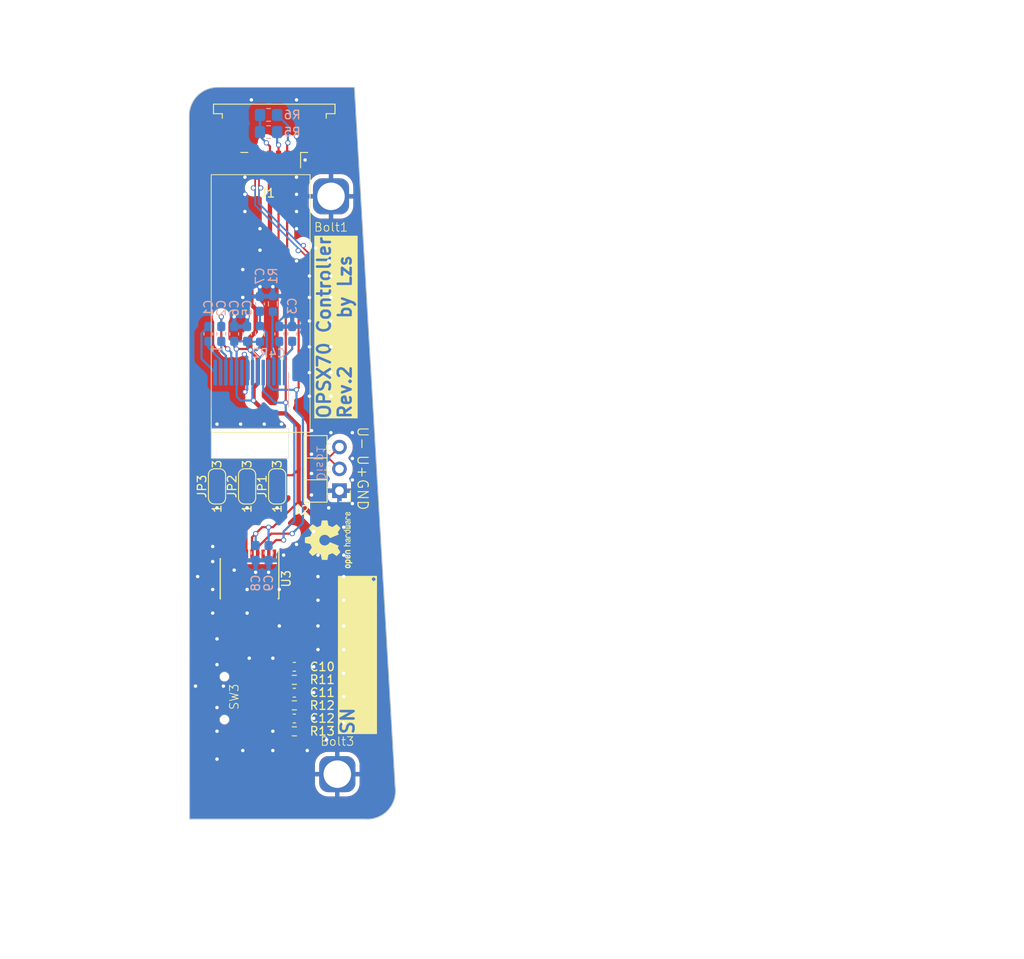
<source format=kicad_pcb>
(kicad_pcb (version 20240108) (generator "pcbnew") (generator_version "8.0")
  (title_block (date "2024-03-12") (rev "2.0") (company "ZeshuLiu"))
  (layers (0 "F.Cu" signal) (31 "B.Cu" signal) (34 "B.Paste" user) (35 "F.Paste" user) (36 "B.SilkS" user "B.Silkscreen") (37 "F.SilkS" user "F.Silkscreen") (38 "B.Mask" user) (39 "F.Mask" user) (44 "Edge.Cuts" user))
  (net 0 "")
  (net 1 "/SCL")
  (net 2 "+3.3V")
  (net 3 "/SDA")
  (net 4 "GND")
  (net 5 "/UD-")
  (net 6 "/UD+")
  (net 7 "/SW_A")
  (net 8 "/SW_PUSH")
  (net 9 "/SW_B")
  (net 19 "Net-(JP1-C)")
  (net 20 "Net-(JP2-C)")
  (net 21 "Net-(JP3-C)")
  (net 22 "Net-(Disp1-C2N)")
  (net 23 "Net-(Disp1-C2P)")
  (net 24 "Net-(Disp1-C1P)")
  (net 25 "Net-(Disp1-C1N)")
  (net 26 "Net-(Disp1-VCC)")
  (net 27 "Net-(Disp1-VCOM)")
  (net 28 "Net-(Disp1-RES#)")
  (net 29 "Net-(Disp1-IREF)")
  (footprint "Jumper:SolderJumper-3_P1.3mm_Bridged12_RoundedPad1.0x1.5mm_NumberLabels" (layer "F.Cu") (at 86.5 96.25 90)
    (property "Reference" "JP2")
    (property "Value" "SolderJumper_3_Bridged12")
  )
  (footprint "Capacitor_SMD:C_0603_1608Metric_Pad1.08x0.95mm_HandSolder" (layer "F.Cu") (at 92 120.27)
    (property "Reference" "C11")
    (property "Value" "1uF")
  )
  (footprint "Connector_FFC-FPC:TE_84953-6_1x06-1MP_P1.0mm_Horizontal" (layer "F.Cu") (at 89.662 56.46 180)
    (property "Reference" "J1")
    (property "Value" "Conn_01x06_Socket")
  )
  (footprint "Symbol:OSHW-Logo2_7.3x6mm_SilkScreen" (layer "F.Cu") (at 95.993272 102.506728 90)
    (property "Reference" "REF**" (hide yes))
    (property "Value" "OSHW-Logo2_7.3x6mm_SilkScreen" (hide yes))
  )
  (footprint "Package_SO:SSOP-20_4.4x6.5mm_P0.65mm" (layer "F.Cu") (at 86.75 107 -90)
    (property "Reference" "U3")
    (property "Value" "PCF8574ATS")
  )
  (footprint "Jumper:SolderJumper-3_P1.3mm_Bridged12_RoundedPad1.0x1.5mm_NumberLabels" (layer "F.Cu") (at 90 96.25 90)
    (property "Reference" "JP1")
    (property "Value" "SolderJumper_3_Bridged12")
  )
  (footprint "Capacitor_SMD:C_0603_1608Metric_Pad1.08x0.95mm_HandSolder" (layer "F.Cu") (at 92 123.27)
    (property "Reference" "C12")
    (property "Value" "1uF")
  )
  (footprint "0JIMMY:M3_Bolt" (layer "F.Cu") (at 97 129.75)
    (property "Reference" "Bolt3")
    (property "Value" "~")
  )
  (footprint "Symbol:OSHW-Logo2_7.3x6mm_Copper" (layer "F.Cu") (at 87.5 131.5)
    (property "Reference" "REF**" (hide yes))
    (property "Value" "OSHW-Logo2_7.3x6mm_Copper" (hide yes))
  )
  (footprint "Resistor_SMD:R_0603_1608Metric_Pad0.98x0.95mm_HandSolder" (layer "F.Cu") (at 92 121.738)
    (property "Reference" "R12")
    (property "Value" "100k")
  )
  (footprint "SW_CODED:Direction3 Pin5" (layer "F.Cu") (at 87.5155 120.904 90)
    (property "Reference" "SW3")
    (property "Value" "~")
    (fp_circle (center 2.5 -3.65) (end 3.05 -3.65) (stroke (width 0.05)) (fill none) (layer "Edge.Cuts"))
    (fp_circle (center -2.5 -3.65) (end -1.95 -3.65) (stroke (width 0.05)) (fill none) (layer "Edge.Cuts"))
  )
  (footprint "Jumper:SolderJumper-3_P1.3mm_Bridged12_RoundedPad1.0x1.5mm_NumberLabels" (layer "F.Cu") (at 83 96.25 90)
    (property "Reference" "JP3")
    (property "Value" "SolderJumper_3_Bridged12")
  )
  (footprint "Capacitor_SMD:C_0603_1608Metric_Pad1.08x0.95mm_HandSolder" (layer "F.Cu") (at 92 117.25)
    (property "Reference" "C10")
    (property "Value" "1uF")
  )
  (footprint "Connector_PinHeader_2.54mm:PinHeader_1x03_P2.54mm_Horizontal" (layer "F.Cu") (at 97.25 96.75 180)
    (property "Reference" "J2")
    (property "Value" "Conn_01x03_Socket")
  )
  (footprint "Resistor_SMD:R_0603_1608Metric_Pad0.98x0.95mm_HandSolder" (layer "F.Cu") (at 92 124.77)
    (property "Reference" "R13")
    (property "Value" "100k")
  )
  (footprint "Resistor_SMD:R_0603_1608Metric_Pad0.98x0.95mm_HandSolder" (layer "F.Cu") (at 92 118.77)
    (property "Reference" "R11")
    (property "Value" "100k")
  )
  (footprint "0JIMMY:M3_Bolt" (layer "F.Cu") (at 96.266 62.484)
    (property "Reference" "Bolt1")
    (property "Value" "~")
  )
  (footprint "Resistor_SMD:R_0805_2012Metric_Pad1.20x1.40mm_HandSolder" (layer "B.Cu") (at 89 53 180)
    (property "Reference" "R6")
    (property "Value" "10k")
  )
  (footprint "Capacitor_SMD:C_0603_1608Metric_Pad1.08x0.95mm_HandSolder" (layer "B.Cu") (at 91.75 78.5 90)
    (property "Reference" "C3")
    (property "Value" "2.2uF")
  )
  (footprint "Capacitor_SMD:C_0603_1608Metric_Pad1.08x0.95mm_HandSolder" (layer "B.Cu") (at 82 78.5 -90)
    (property "Reference" "C1")
    (property "Value" "1uF")
  )
  (footprint "Resistor_SMD:R_0603_1608Metric_Pad0.98x0.95mm_HandSolder" (layer "B.Cu") (at 89.5 75 90)
    (property "Reference" "R1")
    (property "Value" "390k")
  )
  (footprint "Resistor_SMD:R_0805_2012Metric_Pad1.20x1.40mm_HandSolder" (layer "B.Cu") (at 89 55 180)
    (property "Reference" "R5")
    (property "Value" "10k")
  )
  (footprint "Capacitor_SMD:C_0603_1608Metric_Pad1.08x0.95mm_HandSolder" (layer "B.Cu") (at 85 78.5 90)
    (property "Reference" "C6")
    (property "Value" "1uF")
  )
  (footprint "Capacitor_SMD:C_0603_1608Metric_Pad1.08x0.95mm_HandSolder" (layer "B.Cu") (at 87.5 104 -90)
    (property "Reference" "C8")
    (property "Value" "2.2uF")
  )
  (footprint "Capacitor_SMD:C_0603_1608Metric_Pad1.08x0.95mm_HandSolder" (layer "B.Cu") (at 90.25 78.5 -90)
    (property "Reference" "C4")
    (property "Value" "4.7uF")
  )
  (footprint "Capacitor_SMD:C_0603_1608Metric_Pad1.08x0.95mm_HandSolder" (layer "B.Cu") (at 89 104 -90)
    (property "Reference" "C9")
    (property "Value" "1uF")
  )
  (footprint "Capacitor_SMD:C_0603_1608Metric_Pad1.08x0.95mm_HandSolder" (layer "B.Cu") (at 88 75 90)
    (property "Reference" "C7")
    (property "Value" "1uF(4.7uF)")
  )
  (footprint "Resistor_SMD:R_0603_1608Metric_Pad0.98x0.95mm_HandSolder" (layer "B.Cu") (at 88 78.5 90)
    (property "Reference" "R2")
    (property "Value" "4.7k")
  )
  (footprint "KiCadLib:SSD1306_0.91_i2c" (layer "B.Cu") (at 86.83 92.5 90)
    (property "Reference" "Disp1")
    (property "Value" "~")
    (fp_rect (start 3 -4.5) (end -0.5 4.5) (stroke (width 0.05)) (fill none) (layer "Edge.Cuts"))
  )
  (footprint "Capacitor_SMD:C_0603_1608Metric_Pad1.08x0.95mm_HandSolder" (layer "B.Cu") (at 86.5 78.5 90)
    (property "Reference" "C5")
    (property "Value" "1uF")
  )
  (footprint "Capacitor_SMD:C_0603_1608Metric_Pad1.08x0.95mm_HandSolder" (layer "B.Cu") (at 83.5 78.5 90)
    (property "Reference" "C2")
    (property "Value" "1uF")
  )
  (gr_arc (start 103.75 131.25) (mid 102.895544 133.960841) (end 100.25 135) (stroke (width 0.1)) (layer "Edge.Cuts"))
  (gr_line (start 99 49.784) (end 103.75 131.25) (stroke (width 0.1)) (layer "Edge.Cuts"))
  (gr_arc (start 79.756 53.086) (mid 80.723133 50.751133) (end 83.058 49.784) (stroke (width 0.1)) (layer "Edge.Cuts"))
  (gr_line (start 79.800048 135) (end 100.25 135) (stroke (width 0.1)) (layer "Edge.Cuts"))
  (gr_line (start 99 49.784) (end 83.058 49.784) (stroke (width 0.1)) (layer "Edge.Cuts"))
  (gr_line (start 79.756 53.086) (end 79.8 135) (stroke (width 0.1)) (layer "Edge.Cuts"))
  (gr_text "SN	\n			." (at 101.5 125.25 90) (layer "F.SilkS" knockout) (effects (font (size 1.5 1.5) (thickness 0.3) (bold yes)) (justify left bottom)))
  (gr_text "OPSX70 Controller \nRev.2	by Lzs" (at 98.75 88.5 90) (layer "F.SilkS" knockout) (effects (font (size 1.5 1.5) (thickness 0.3) (bold yes)) (justify left bottom)))
  (gr_text "GND" (at 99.25 95.294 270) (layer "F.SilkS") (effects (font (size 1.2 1.2) (thickness 0.125)) (justify left bottom)))
  (gr_text "U+" (at 99.25 92.5 270) (layer "F.SilkS") (effects (font (size 1.2 1.2) (thickness 0.125)) (justify left bottom)))
  (gr_text "U-" (at 99.25 89.198 270) (layer "F.SilkS") (effects (font (size 1.2 1.2) (thickness 0.125)) (justify left bottom)))
  (segment (start 91 72.142052) (end 90.162 71.304052) (width 0.254) (layer "F.Cu") (net 1))
  (segment (start 91 86.5) (end 91 72.142052) (width 0.254) (layer "F.Cu") (net 1))
  (segment (start 90.162 56.5) (end 90.162 58.26) (width 0.254) (layer "F.Cu") (net 1))
  (segment (start 90.162 71.304052) (end 90.162 58.26) (width 0.254) (layer "F.Cu") (net 1))
  (segment (start 89.871 102.5) (end 90.75 102.5) (width 0.254) (layer "F.Cu") (net 1))
  (segment (start 89.025 104.1) (end 89.025 103.346) (width 0.254) (layer "F.Cu") (net 1))
  (segment (start 89.025 103.346) (end 89.871 102.5) (width 0.254) (layer "F.Cu") (net 1))
  (via (at 90.162 56.5) (size 0.6) (drill 0.4) (layers "F.Cu" "B.Cu") (net 1))
  (via (at 91 86.5) (size 0.6) (drill 0.4) (layers "F.Cu" "B.Cu") (net 1))
  (via (at 90.75 102.5) (size 0.6) (drill 0.4) (layers "F.Cu" "B.Cu") (net 1))
  (segment (start 90 56.338) (end 90.162 56.5) (width 0.254) (layer "B.Cu") (net 1))
  (segment (start 90 55) (end 90 56.338) (width 0.254) (layer "B.Cu") (net 1))
  (segment (start 91 88) (end 92 89) (width 0.254) (layer "B.Cu") (net 1))
  (segment (start 92 100.25) (end 90.75 101.5) (width 0.254) (layer "B.Cu") (net 1))
  (segment (start 91 86.5) (end 89.75 86.5) (width 0.254) (layer "B.Cu") (net 1))
  (segment (start 89.75 86.5) (end 88.38 85.13) (width 0.254) (layer "B.Cu") (net 1))
  (segment (start 92 89) (end 92 100.25) (width 0.254) (layer "B.Cu") (net 1))
  (segment (start 91 86.5) (end 91 88) (width 0.254) (layer "B.Cu") (net 1))
  (segment (start 90.75 101.5) (end 90.75 102.5) (width 0.254) (layer "B.Cu") (net 1))
  (segment (start 88.38 85.13) (end 88.38 83) (width 0.254) (layer "B.Cu") (net 1))
  (segment (start 89.5 101) (end 89 101) (width 0.254) (layer "F.Cu") (net 2))
  (segment (start 94.23 124.77) (end 92.9125 124.77) (width 0.508) (layer "F.Cu") (net 2))
  (segment (start 86.875 80.375) (end 86.75 80.25) (width 0.254) (layer "F.Cu") (net 2))
  (segment (start 86.875 78.875) (end 87.5 78.25) (width 0.508) (layer "F.Cu") (net 2))
  (segment (start 87 71.5) (end 89.162 69.338) (width 0.508) (layer "F.Cu") (net 2))
  (segment (start 89.162 56.662) (end 89.162 58.26) (width 0.254) (layer "F.Cu") (net 2))
  (segment (start 92.5 94.25) (end 92.5 89.25) (width 0.508) (layer "F.Cu") (net 2))
  (segment (start 87.25 86.25) (end 87.25 84.75) (width 0.508) (layer "F.Cu") (net 2))
  (segment (start 88.75 56.25) (end 89.162 56.662) (width 0.254) (layer "F.Cu") (net 2))
  (segment (start 87.25 84.75) (end 87.75 84.25) (width 0.508) (layer "F.Cu") (net 2))
  (segment (start 87.75 84.25) (end 87.75 81.25) (width 0.508) (layer "F.Cu") (net 2))
  (segment (start 82.7 94.95) (end 83 94.95) (width 0.254) (layer "F.Cu") (net 2))
  (segment (start 87.5 101.75) (end 88.25 101) (width 0.254) (layer "F.Cu") (net 2))
  (segment (start 88.25 101) (end 89 101) (width 0.254) (layer "F.Cu") (net 2))
  (segment (start 87 75.091841) (end 87 71.5) (width 0.508) (layer "F.Cu") (net 2))
  (segment (start 83 94.95) (end 86.5 94.95) (width 0.254) (layer "F.Cu") (net 2))
  (segment (start 87.075 102.175) (end 87.5 101.75) (width 0.254) (layer "F.Cu") (net 2))
  (segment (start 92.5 94.25) (end 91.8 94.95) (width 0.254) (layer "F.Cu") (net 2))
  (segment (start 92.5 89.25) (end 91 87.75) (width 0.508) (layer "F.Cu") (net 2))
  (segment (start 86.875 80.375) (end 86.875 78.875) (width 0.508) (layer "F.Cu") (net 2))
  (segment (start 87.5 78.25) (end 87.5 75.591841) (width 0.508) (layer "F.Cu") (net 2))
  (segment (start 92.5 98) (end 89.5 101) (width 0.254) (layer "F.Cu") (net 2))
  (segment (start 96 121) (end 96 123) (width 0.508) (layer "F.Cu") (net 2))
  (segment (start 87.5 75.591841) (end 87 75.091841) (width 0.508) (layer "F.Cu") (net 2))
  (segment (start 96 118) (end 96 121) (width 0.508) (layer "F.Cu") (net 2))
  (segment (start 92.9125 121.738) (end 95.262 121.738) (width 0.254) (layer "F.Cu") (net 2))
  (segment (start 95.23 118.77) (end 96 118) (width 0.254) (layer "F.Cu") (net 2))
  (segment (start 95.262 121.738) (end 96 121) (width 0.254) (layer "F.Cu") (net 2))
  (segment (start 96 101.5) (end 96 118) (width 0.508) (layer "F.Cu") (net 2))
  (segment (start 92.9125 118.77) (end 95.23 118.77) (width 0.254) (layer "F.Cu") (net 2))
  (segment (start 86.75 80.25) (end 85.25 80.25) (width 0.254) (layer "F.Cu") (net 2))
  (segment (start 92.5 98) (end 92.5 94.25) (width 0.508) (layer "F.Cu") (net 2))
  (segment (start 89.162 69.338) (end 89.162 58.26) (width 0.508) (layer "F.Cu") (net 2))
  (segment (start 88.75 87.75) (end 87.25 86.25) (width 0.508) (layer "F.Cu") (net 2))
  (segment (start 86.5 94.95) (end 90 94.95) (width 0.254) (layer "F.Cu") (net 2))
  (segment (start 86.875 80.375) (end 87 80.5) (width 0.254) (layer "F.Cu") (net 2))
  (segment (start 87.75 81.25) (end 86.875 80.375) (width 0.508) (layer "F.Cu") (net 2))
  (segment (start 96 123) (end 94.23 124.77) (width 0.508) (layer "F.Cu") (net 2))
  (segment (start 87.075 104.1) (end 87.075 102.175) (width 0.254) (layer "F.Cu") (net 2))
  (segment (start 91 87.75) (end 88.75 87.75) (width 0.508) (layer "F.Cu") (net 2))
  (segment (start 92.5 98) (end 96 101.5) (width 0.508) (layer "F.Cu") (net 2))
  (segment (start 91.8 94.95) (end 90 94.95) (width 0.254) (layer "F.Cu") (net 2))
  (via (at 85.25 80.25) (size 0.6) (drill 0.4) (layers "F.Cu" "B.Cu") (net 2))
  (via (at 87.25 86.25) (size 0.6) (drill 0.4) (layers "F.Cu" "B.Cu") (net 2))
  (via (at 88.75 56.25) (size 0.6) (drill 0.4) (layers "F.Cu" "B.Cu") (net 2))
  (via (at 89 101) (size 0.6) (drill 0.4) (layers "F.Cu" "B.Cu") (net 2))
  (via (at 86.875 80.375) (size 0.6) (drill 0.4) (layers "F.Cu" "B.Cu") (net 2))
  (via (at 87.5 101.75) (size 0.6) (drill 0.4) (layers "F.Cu" "B.Cu") (net 2))
  (segment (start 85.75 86.25) (end 85.28 85.78) (width 0.254) (layer "B.Cu") (net 2))
  (segment (start 86.5 80) (end 87.14 80.64) (width 0.254) (layer "B.Cu") (net 2))
  (segment (start 88 80) (end 87.625 80.375) (width 0.254) (layer "B.Cu") (net 2))
  (segment (start 85.25 80.25) (end 85 80) (width 0.254) (layer "B.Cu") (net 2))
  (segment (start 88 79.4125) (end 88 80) (width 0.254) (layer "B.Cu") (net 2))
  (segment (start 86.5 79.3625) (end 86.5 80) (width 0.254) (layer "B.Cu") (net 2))
  (segment (start 88 53) (end 88 55) (width 0.254) (layer "B.Cu") (net 2))
  (segment (start 85.28 80.28) (end 85.28 83) (width 0.254) (layer "B.Cu") (net 2))
  (segment (start 85 80) (end 85 79.3625) (width 0.254) (layer "B.Cu") (net 2))
  (segment (start 86.5 79.3625) (end 85 79.3625) (width 0.254) (layer "B.Cu") (net 2))
  (segment (start 89 103.1375) (end 89 101) (width 0.254) (layer "B.Cu") (net 2))
  (segment (start 85.28 85.78) (end 85.28 83) (width 0.254) (layer "B.Cu") (net 2))
  (segment (start 87.14 80.64) (end 87.14 83) (width 0.254) (layer "B.Cu") (net 2))
  (segment (start 85.25 80.25) (end 85.28 80.28) (width 0.254) (layer "B.Cu") (net 2))
  (segment (start 88 79.4125) (end 86.55 79.4125) (width 0.254) (layer "B.Cu") (net 2))
  (segment (start 87.625 80.375) (end 86.875 80.375) (width 0.254) (layer "B.Cu") (net 2))
  (segment (start 86.55 79.4125) (end 86.5 79.3625) (width 0.254) (layer "B.Cu") (net 2))
  (segment (start 87.14 86.14) (end 87.14 83) (width 0.254) (layer "B.Cu") (net 2))
  (segment (start 87.25 86.25) (end 85.75 86.25) (width 0.254) (layer "B.Cu") (net 2))
  (segment (start 88 53) (end 88 55.5) (width 0.254) (layer "B.Cu") (net 2))
  (segment (start 87.25 86.25) (end 87.14 86.14) (width 0.254) (layer "B.Cu") (net 2))
  (segment (start 88 55.5) (end 88.75 56.25) (width 0.254) (layer "B.Cu") (net 2))
  (segment (start 87.5 101.75) (end 87.5 103.1375) (width 0.254) (layer "B.Cu") (net 2))
  (segment (start 87.725 103.346) (end 87.725 104.1) (width 0.254) (layer "F.Cu") (net 3))
  (segment (start 92.25 85) (end 92.5 84.75) (width 0.254) (layer "F.Cu") (net 3))
  (segment (start 91.75 101.75) (end 89.321 101.75) (width 0.254) (layer "F.Cu") (net 3))
  (segment (start 92.5 84.75) (end 92.5 72.25) (width 0.254) (layer "F.Cu") (net 3))
  (segment (start 91.162 70.912) (end 91.162 58.26) (width 0.254) (layer "F.Cu") (net 3))
  (segment (start 91.162 56.338) (end 91.25 56.25) (width 0.254) (layer "F.Cu") (net 3))
  (segment (start 89.321 101.75) (end 87.725 103.346) (width 0.254) (layer "F.Cu") (net 3))
  (segment (start 91.162 58.26) (end 91.162 56.338) (width 0.254) (layer "F.Cu") (net 3))
  (segment (start 92.5 72.25) (end 91.162 70.912) (width 0.254) (layer "F.Cu") (net 3))
  (via (at 92.25 85) (size 0.6) (drill 0.4) (layers "F.Cu" "B.Cu") (net 3))
  (via (at 91.75 101.75) (size 0.6) (drill 0.4) (layers "F.Cu" "B.Cu") (net 3))
  (via (at 91.25 56.25) (size 0.6) (drill 0.4) (layers "F.Cu" "B.Cu") (net 3))
  (segment (start 92.25 85) (end 92.25 87.5) (width 0.254) (layer "B.Cu") (net 3))
  (segment (start 93 100.5) (end 91.75 101.75) (width 0.254) (layer "B.Cu") (net 3))
  (segment (start 91.25 56.25) (end 91.25 54.25) (width 0.254) (layer "B.Cu") (net 3))
  (segment (start 91.25 54.25) (end 90 53) (width 0.254) (layer "B.Cu") (net 3))
  (segment (start 89 84.48664) (end 89 83) (width 0.254) (layer "B.Cu") (net 3))
  (segment (start 93 88.25) (end 93 100.5) (width 0.254) (layer "B.Cu") (net 3))
  (segment (start 89.51336 85) (end 89 84.48664) (width 0.254) (layer "B.Cu") (net 3))
  (segment (start 92.25 87.5) (end 93 88.25) (width 0.254) (layer "B.Cu") (net 3))
  (segment (start 92.25 85) (end 89.51336 85) (width 0.254) (layer "B.Cu") (net 3))
  (segment (start 92.162 58.26) (end 92.162 60.162) (width 0.254) (layer "F.Cu") (net 4))
  (segment (start 82.8655 115.504) (end 82.8655 116.8655) (width 0.254) (layer "F.Cu") (net 4))
  (segment (start 82.8655 114.1345) (end 83 114) (width 0.254) (layer "F.Cu") (net 4))
  (segment (start 82.8655 115.504) (end 82.8655 114.1345) (width 0.254) (layer "F.Cu") (net 4))
  (segment (start 92.8625 117.25) (end 94.25 117.25) (width 0.254) (layer "F.Cu") (net 4))
  (segment (start 92.162 60.162) (end 92.25 60.25) (width 0.254) (layer "F.Cu") (net 4))
  (segment (start 86.425 109.9) (end 86.425 110.925) (width 0.254) (layer "F.Cu") (net 4))
  (segment (start 92.8625 120.27) (end 94.23 120.27) (width 0.254) (layer "F.Cu") (net 4))
  (segment (start 94.23 123.27) (end 94.25 123.25) (width 0.254) (layer "F.Cu") (net 4))
  (segment (start 86.425 108.325) (end 86.5 108.25) (width 0.254) (layer "F.Cu") (net 4))
  (segment (start 86.5 97.55) (end 86.5 98.75) (width 0.254) (layer "F.Cu") (net 4))
  (segment (start 82.8655 124.8845) (end 83 124.75) (width 0.254) (layer "F.Cu") (net 4))
  (segment (start 82.8655 126.304) (end 82.8655 124.8845) (width 0.254) (layer "F.Cu") (net 4))
  (segment (start 92.8625 123.27) (end 94.23 123.27) (width 0.254) (layer "F.Cu") (net 4))
  (segment (start 86.425 109.9) (end 86.425 108.325) (width 0.254) (layer "F.Cu") (net 4))
  (segment (start 82.8655 116.8655) (end 83 117) (width 0.254) (layer "F.Cu") (net 4))
  (segment (start 86.425 110.925) (end 86.5 111) (width 0.254) (layer "F.Cu") (net 4))
  (segment (start 90 97.55) (end 90 98.75) (width 0.254) (layer "F.Cu") (net 4))
  (segment (start 82.8655 127.8655) (end 83 128) (width 0.254) (layer "F.Cu") (net 4))
  (segment (start 83 97.55) (end 83 98.75) (width 0.254) (layer "F.Cu") (net 4))
  (segment (start 82.8655 126.304) (end 82.8655 127.8655) (width 0.254) (layer "F.Cu") (net 4))
  (segment (start 94.23 120.27) (end 94.25 120.25) (width 0.254) (layer "F.Cu") (net 4))
  (via (at 93.75 83) (size 0.6) (drill 0.4) (layers "F.Cu" "B.Cu") (net 4))
  (via (at 87.5 106.25) (size 0.6) (drill 0.4) (layers "F.Cu" "B.Cu") (net 4))
  (via (at 80.5 119.5) (size 0.6) (drill 0.4) (layers "F.Cu" "B.Cu") (net 4))
  (via (at 89.5 116.25) (size 0.6) (drill 0.4) (layers "F.Cu" "B.Cu") (net 4))
  (via (at 89.5 124.75) (size 0.6) (drill 0.4) (layers "F.Cu" "B.Cu") (net 4))
  (via (at 86.5 111) (size 0.6) (drill 0.4) (layers "F.Cu" "B.Cu") (net 4))
  (via (at 93.75 77) (size 0.6) (drill 0.4) (layers "F.Cu" "B.Cu") (net 4))
  (via (at 96.25 74.25) (size 0.6) (drill 0.4) (layers "F.Cu" "B.Cu") (net 4))
  (via (at 92.25 64.25) (size 0.6) (drill 0.4) (layers "F.Cu" "B.Cu") (net 4))
  (via (at 96 98.75) (size 0.6) (drill 0.4) (layers "F.Cu" "B.Cu") (net 4))
  (via (at 98.75 98.25) (size 0.6) (drill 0.4) (layers "F.Cu" "B.Cu") (net 4))
  (via (at 89.5 127) (size 0.6) (drill 0.4) (layers "F.Cu" "B.Cu") (net 4))
  (via (at 80.75 106.75) (size 0.6) (drill 0.4) (layers "F.Cu" "B.Cu") (net 4))
  (via (at 83 117) (size 0.6) (drill 0.4) (layers "F.Cu" "B.Cu") (net 4))
  (via (at 83 114) (size 0.6) (drill 0.4) (layers "F.Cu" "B.Cu") (net 4))
  (via (at 96.25 85.75) (size 0.6) (drill 0.4) (layers "F.Cu" "B.Cu") (net 4))
  (via (at 86 71) (size 0.6) (drill 0.4) (layers "F.Cu" "B.Cu") (net 4))
  (via (at 88 68.75) (size 0.6) (drill 0.4) (layers "F.Cu" "B.Cu") (net 4))
  (via (at 92.25 70) (size 0.6) (drill 0.4) (layers "F.Cu" "B.Cu") (net 4))
  (via (at 82.5 103.25) (size 0.6) (drill 0.4) (layers "F.Cu" "B.Cu") (net 4))
  (via (at 82.5 108.25) (size 0.6) (drill 0.4) (layers "F.Cu" "B.Cu") (net 4))
  (via (at 94.25 123.25) (size 0.6) (drill 0.4) (layers "F.Cu" "B.Cu") (net 4))
  (via (at 94.25 120.25) (size 0.6) (drill 0.4) (layers "F.Cu" "B.Cu") (net 4))
  (via (at 94.25 117.25) (size 0.6) (drill 0.4) (layers "F.Cu" "B.Cu") (net 4))
  (via (at 93.75 74.25) (size 0.6) (drill 0.4) (layers "F.Cu" "B.Cu") (net 4))
  (via (at 93.25 58.25) (size 0.6) (drill 0.4) (layers "F.Cu" "B.Cu") (net 4))
  (via (at 97.75 106.75) (size 0.6) (drill 0.4) (layers "F.Cu" "B.Cu") (net 4))
  (via (at 94.25 101.5) (size 0.6) (drill 0.4) (layers "F.Cu" "B.Cu") (net 4))
  (via (at 94.75 112.5) (size 0.6) (drill 0.4) (layers "F.Cu" "B.Cu") (net 4))
  (via (at 93.75 80) (size 0.6) (drill 0.4) (layers "F.Cu" "B.Cu") (net 4))
  (via (at 94 92.5) (size 0.6) (drill 0.4) (layers "F.Cu" "B.Cu") (net 4))
  (via (at 92.25 62.25) (size 0.6) (drill 0.4) (layers "F.Cu" "B.Cu") (net 4))
  (via (at 88 73) (size 0.6) (drill 0.4) (layers "F.Cu" "B.Cu") (net 4))
  (via (at 95.75 125.75) (size 0.6) (drill 0.4) (layers "F.Cu" "B.Cu") (net 4))
  (via (at 86.25 85.25) (size 0.6) (drill 0.4) (layers "F.Cu" "B.Cu") (net 4))
  (via (at 98.75 90) (size 0.6) (drill 0.4) (layers "F.Cu" "B.Cu") (net 4))
  (via (at 92.25 51.25) (size 0.6) (drill 0.4) (layers "F.Cu" "B.Cu") (net 4))
  (via (at 83 98.75) (size 0.6) (drill 0.4) (layers "F.Cu" "B.Cu") (net 4))
  (via (at 86 127) (size 0.6) (drill 0.4) (layers "F.Cu" "B.Cu") (net 4))
  (via (at 92.25 55.5) (size 0.6) (drill 0.4) (layers "F.Cu" "B.Cu") (net 4))
  (via (at 94.75 115.25) (size 0.6) (drill 0.4) (layers "F.Cu" "B.Cu") (net 4))
  (via (at 93.75 85.75) (size 0.6) (drill 0.4) (layers "F.Cu" "B.Cu") (net 4))
  (via (at 97.75 120.75) (size 0.6) (drill 0.4) (layers "F.Cu" "B.Cu") (net 4))
  (via (at 85 106) (size 0.6) (drill 0.4) (layers "F.Cu" "B.Cu") (net 4))
  (via (at 97.75 104.25) (size 0.6) (drill 0.4) (layers "F.Cu" "B.Cu") (net 4))
  (via (at 88.5 89) (size 0.6) (drill 0.4) (layers "F.Cu" "B.Cu") (net 4))
  (via (at 90.25 108.25) (size 0.6) (drill 0.4) (layers "F.Cu" "B.Cu") (net 4))
  (via (at 97.75 112.5) (size 0.6) (drill 0.4) (layers "F.Cu" "B.Cu") (net 4))
  (via (at 97.75 101) (size 0.6) (drill 0.4) (layers "F.Cu" "B.Cu") (net 4))
  (via (at 92.25 66.25) (size 0.6) (drill 0.4) (layers "F.Cu" "B.Cu") (net 4))
  (via (at 92.25 60.25) (size 0.6) (drill 0.4) (layers "F.Cu" "B.Cu") (net 4))
  (via (at 90.75 104.25) (size 0.6) (drill 0.4) (layers "F.Cu" "B.Cu") (net 4))
  (via (at 90.5 89) (size 0.6) (drill 0.4) (layers "F.Cu" "B.Cu") (net 4))
  (via (at 88 66.25) (size 0.6) (drill 0.4) (layers "F.Cu" "B.Cu") (net 4))
  (via (at 83 124.75) (size 0.6) (drill 0.4) (layers "F.Cu" "B.Cu") (net 4))
  (via (at 90 98.75) (size 0.6) (drill 0.4) (layers "F.Cu" "B.Cu") (net 4))
  (via (at 92.25 103) (size 0.6) (drill 0.4) (layers "F.Cu" "B.Cu") (net 4))
  (via (at 89.5 73) (size 0.6) (drill 0.4) (layers "F.Cu" "B.Cu") (net 4))
  (via (at 85.75 89) (size 0.6) (drill 0.4) (layers "F.Cu" "B.Cu") (net 4))
  (via (at 86 74.25) (size 0.6) (drill 0.4) (layers "F.Cu" "B.Cu") (net 4))
  (via (at 96.25 83) (size 0.6) (drill 0.4) (layers "F.Cu" "B.Cu") (net 4))
  (via (at 94 97.25) (size 0.6) (drill 0.4) (layers "F.Cu" "B.Cu") (net 4))
  (via (at 97.75 109.5) (size 0.6) (drill 0.4) (layers "F.Cu" "B.Cu") (net 4))
  (via (at 94 94.75) (size 0.6) (drill 0.4) (layers "F.Cu" "B.Cu") (net 4))
  (via (at 94.75 106.75) (size 0.6) (drill 0.4) (layers "F.Cu" "B.Cu") (net 4))
  (via (at 86.25 62.25) (size 0.6) (drill 0.4) (layers "F.Cu" "B.Cu") (net 4))
  (via (at 82.5 105) (size 0.6) (drill 0.4) (layers "F.Cu" "B.Cu") (net 4))
  (via (at 98.75 93) (size 0.6) (drill 0.4) (layers "F.Cu" "B.Cu") (net 4))
  (via (at 97.75 123.75) (size 0.6) (drill 0.4) (layers "F.Cu" "B.Cu") (net 4))
  (via (at 96.25 77) (size 0.6) (drill 0.4) (layers "F.Cu" "B.Cu") (net 4))
  (via (at 98.75 95.5) (size 0.6) (drill 0.4) (layers "F.Cu" "B.Cu") (net 4))
  (via (at 89 106.25) (size 0.6) (drill 0.4) (layers "F.Cu" "B.Cu") (net 4))
  (via (at 97.75 118) (size 0.6) (drill 0.4) (layers "F.Cu" "B.Cu") (net 4))
  (via (at 87 51.25) (size 0.6) (drill 0.4) (layers "F.Cu" "B.Cu") (net 4))
  (via (at 83.75 119.5) (size 0.6) (drill 0.4) (layers "F.Cu" "B.Cu") (net 4))
  (via (at 96.25 71.75) (size 0.6) (drill 0.4) (layers "F.Cu" "B.Cu") (net 4))
  (via (at 96 70) (size 0.6) (drill 0.4) (layers "F.Cu" "B.Cu") (net 4))
  (via (at 94.75 104.25) (size 0.6) (drill 0.4) (layers "F.Cu" "B.Cu") (net 4))
  (via (at 83 128) (size 0.6) (drill 0.4) (layers "F.Cu" "B.Cu") (net 4))
  (via (at 86.5 98.75) (size 0.6) (drill 0.4) (layers "F.Cu" "B.Cu") (net 4))
  (via (at 97.75 115.25) (size 0.6) (drill 0.4) (layers "F.Cu" "B.Cu") (net 4))
  (via (at 85 76.5) (size 0.6) (drill 0.4) (layers "F.Cu" "B.Cu") (net 4))
  (via (at 94 89.75) (size 0.6) (drill 0.4) (layers "F.Cu" "B.Cu") (net 4))
  (via (at 86.5 108.25) (size 0.6) (drill 0.4) (layers "F.Cu" "B.Cu") (net 4))
  (via (at 86.189003 80.877) (size 0.6) (drill 0.4) (layers "F.Cu" "B.Cu") (net 4))
  (via (at 93.75 71.75) (size 0.6) (drill 0.4) (layers "F.Cu" "B.Cu") (net 4))
  (via (at 94.5 68.5) (size 0.6) (drill 0.4) (layers "F.Cu" "B.Cu") (net 4))
  (via (at 86.25 64.25) (size 0.6) (drill 0.4) (layers "F.Cu" "B.Cu") (net 4))
  (via (at 83 122) (size 0.6) (drill 0.4) (layers "F.Cu" "B.Cu") (net 4))
  (via (at 90.25 112.5) (size 0.6) (drill 0.4) (layers "F.Cu" "B.Cu") (net 4))
  (via (at 83 89) (size 0.6) (drill 0.4) (layers "F.Cu" "B.Cu") (net 4))
  (via (at 93.5 127) (size 0.6) (drill 0.4) (layers "F.Cu" "B.Cu") (net 4))
  (via (at 96.25 80) (size 0.6) (drill 0.4) (layers "F.Cu" "B.Cu") (net 4))
  (via (at 82.5 111) (size 0.6) (drill 0.4) (layers "F.Cu" "B.Cu") (net 4))
  (via (at 86.25 60.25) (size 0.6) (drill 0.4) (layers "F.Cu" "B.Cu") (net 4))
  (via (at 94.75 109.5) (size 0.6) (drill 0.4) (layers "F.Cu" "B.Cu") (net 4))
  (via (at 86.75 116.25) (size 0.6) (drill 0.4) (layers "F.Cu" "B.Cu") (net 4))
  (via (at 86.5 76.5) (size 0.6) (drill 0.4) (layers "F.Cu" "B.Cu") (net 4))
  (via (at 96.25 90) (size 0.6) (drill 0.4) (layers "F.Cu" "B.Cu") (net 4))
  (segment (start 85 77.6375) (end 85 76.5) (width 0.254) (layer "B.Cu") (net 4))
  (segment (start 89 104.8625) (end 89 106.25) (width 0.254) (layer "B.Cu") (net 4))
  (segment (start 91 76) (end 91 74.75) (width 0.254) (layer "B.Cu") (net 4))
  (segment (start 90.25 77.6375) (end 90.25 77) (width 0.254) (layer "B.Cu") (net 4))
  (segment (start 86.52 81.207997) (end 86.52 83) (width 0.254) (layer "B.Cu") (net 4))
  (segment (start 89.5 74.0875) (end 89.5 73) (width 0.254) (layer "B.Cu") (net 4))
  (segment (start 86.5 77.6375) (end 86.5 76.5) (width 0.254) (layer "B.Cu") (net 4))
  (segment (start 86.52 84.98) (end 86.52 83) (width 0.254) (layer "B.Cu") (net 4))
  (segment (start 90.25 77) (end 91 76.25) (width 0.254) (layer "B.Cu") (net 4))
  (segment (start 88 74.1375) (end 88 73) (width 0.254) (layer "B.Cu") (net 4))
  (segment (start 91.75 76.25) (end 91.75 77.6375) (width 0.254) (layer "B.Cu") (net 4))
  (segment (start 91 76.25) (end 91 76) (width 0.254) (layer "B.Cu") (net 4))
  (segment (start 86.25 85.25) (end 86.52 84.98) (width 0.254) (layer "B.Cu") (net 4))
  (segment (start 87.5 104.8625) (end 87.5 106.25) (width 0.254) (layer "B.Cu") (net 4))
  (segment (start 86.189003 80.877) (end 86.52 81.207997) (width 0.254) (layer "B.Cu") (net 4))
  (segment (start 90.25 77.6375) (end 91.75 77.6375) (width 0.254) (layer "B.Cu") (net 4))
  (segment (start 95.225 91.9068) (end 95.225 70.656801) (width 0.2) (layer "F.Cu") (net 5))
  (segment (start 93.050521 68.482322) (end 93.050521 68.199479) (width 0.2) (layer "F.Cu") (net 5))
  (segment (start 97.25 91.67) (end 96.205001 92.714999) (width 0.2) (layer "F.Cu") (net 5))
  (segment (start 87.887001 58.534999) (end 87.887001 61.300001) (width 0.2) (layer "F.Cu") (net 5))
  (segment (start 96.205001 92.714999) (end 96.033199 92.714999) (width 0.2) (layer "F.Cu") (net 5))
  (segment (start 95.225 70.656801) (end 93.050521 68.482322) (width 0.2) (layer "F.Cu") (net 5))
  (segment (start 88.162 58.26) (end 87.887001 58.534999) (width 0.2) (layer "F.Cu") (net 5))
  (segment (start 87.887001 61.300001) (end 88.087 61.5) (width 0.2) (layer "F.Cu") (net 5))
  (segment (start 96.033199 92.714999) (end 95.225 91.9068) (width 0.2) (layer "F.Cu") (net 5))
  (via (at 88.087 61.5) (size 0.6) (drill 0.4) (layers "F.Cu" "B.Cu") (net 5))
  (via (at 93.050521 68.199479) (size 0.6) (drill 0.4) (layers "F.Cu" "B.Cu") (net 5))
  (segment (start 88.087 61.5) (end 87.887001 61.699999) (width 0.2) (layer "B.Cu") (net 5))
  (segment (start 92.767678 68.199479) (end 93.050521 68.199479) (width 0.2) (layer "B.Cu") (net 5))
  (segment (start 87.887001 63.318802) (end 92.767678 68.199479) (width 0.2) (layer "B.Cu") (net 5))
  (segment (start 87.887001 61.699999) (end 87.887001 63.318802) (width 0.2) (layer "B.Cu") (net 5))
  (segment (start 94.775 92.0932) (end 94.775 70.843199) (width 0.2) (layer "F.Cu") (net 6))
  (segment (start 97.25 94.21) (end 96.205001 93.165001) (width 0.2) (layer "F.Cu") (net 6))
  (segment (start 87.436999 58.534999) (end 87.436999 61.300001) (width 0.2) (layer "F.Cu") (net 6))
  (segment (start 92.732322 68.800521) (end 92.449479 68.800521) (width 0.2) (layer "F.Cu") (net 6))
  (segment (start 87.436999 61.300001) (end 87.237 61.5) (width 0.2) (layer "F.Cu") (net 6))
  (segment (start 95.846801 93.165001) (end 94.775 92.0932) (width 0.2) (layer "F.Cu") (net 6))
  (segment (start 87.162 58.26) (end 87.436999 58.534999) (width 0.2) (layer "F.Cu") (net 6))
  (segment (start 94.775 70.843199) (end 92.732322 68.800521) (width 0.2) (layer "F.Cu") (net 6))
  (segment (start 96.205001 93.165001) (end 95.846801 93.165001) (width 0.2) (layer "F.Cu") (net 6))
  (via (at 92.449479 68.800521) (size 0.6) (drill 0.4) (layers "F.Cu" "B.Cu") (net 6))
  (via (at 87.237 61.5) (size 0.6) (drill 0.4) (layers "F.Cu" "B.Cu") (net 6))
  (segment (start 87.237 61.5) (end 87.436999 61.699999) (width 0.2) (layer "B.Cu") (net 6))
  (segment (start 92.449479 68.517678) (end 92.449479 68.800521) (width 0.2) (layer "B.Cu") (net 6))
  (segment (start 87.436999 61.699999) (end 87.436999 63.505198) (width 0.2) (layer "B.Cu") (net 6))
  (segment (start 87.436999 63.505198) (end 92.449479 68.517678) (width 0.2) (layer "B.Cu") (net 6))
  (segment (start 83.825 104.1) (end 83.825 105.175) (width 0.254) (layer "F.Cu") (net 7))
  (segment (start 91.1375 124.72) (end 91.0875 124.77) (width 0.254) (layer "F.Cu") (net 7))
  (segment (start 81.25 107.75) (end 81.25 118.75) (width 0.254) (layer "F.Cu") (net 7))
  (segment (start 91.0035 123.404) (end 91.1375 123.27) (width 0.254) (layer "F.Cu") (net 7))
  (segment (start 87.5155 123.404) (end 91.0035 123.404) (width 0.254) (layer "F.Cu") (net 7))
  (segment (start 81.25 118.75) (end 85.904 123.404) (width 0.254) (layer "F.Cu") (net 7))
  (segment (start 85.904 123.404) (end 87.5155 123.404) (width 0.254) (layer "F.Cu") (net 7))
  (segment (start 83.825 105.175) (end 81.25 107.75) (width 0.254) (layer "F.Cu") (net 7))
  (segment (start 91.1375 123.27) (end 91.1375 124.72) (width 0.254) (layer "F.Cu") (net 7))
  (segment (start 85 119.75) (end 85 113.5) (width 0.254) (layer "F.Cu") (net 8))
  (segment (start 91.0875 121.738) (end 91.0875 120.32) (width 0.254) (layer "F.Cu") (net 8))
  (segment (start 86.154 120.904) (end 85 119.75) (width 0.254) (layer "F.Cu") (net 8))
  (segment (start 83.825 112.325) (end 83.825 109.9) (width 0.254) (layer "F.Cu") (net 8))
  (segment (start 87.5155 120.904) (end 88.846 120.904) (width 0.254) (layer "F.Cu") (net 8))
  (segment (start 89.5 120.25) (end 89.52 120.27) (width 0.254) (layer "F.Cu") (net 8))
  (segment (start 88.846 120.904) (end 89.5 120.25) (width 0.254) (layer "F.Cu") (net 8))
  (segment (start 85 113.5) (end 83.825 112.325) (width 0.254) (layer "F.Cu") (net 8))
  (segment (start 89.52 120.27) (end 91.1375 120.27) (width 0.254) (layer "F.Cu") (net 8))
  (segment (start 87.5155 120.904) (end 86.154 120.904) (width 0.254) (layer "F.Cu") (net 8))
  (segment (start 91.0875 120.32) (end 91.1375 120.27) (width 0.254) (layer "F.Cu") (net 8))
  (segment (start 87.5155 118.404) (end 88.846 118.404) (width 0.254) (layer "F.Cu") (net 9))
  (segment (start 87.5155 118.404) (end 86.404 118.404) (width 0.254) (layer "F.Cu") (net 9))
  (segment (start 86.404 118.404) (end 85.75 117.75) (width 0.254) (layer "F.Cu") (net 9))
  (segment (start 88.846 118.404) (end 90 117.25) (width 0.254) (layer "F.Cu") (net 9))
  (segment (start 91.0875 117.3) (end 91.1375 117.25) (width 0.254) (layer "F.Cu") (net 9))
  (segment (start 90 117.25) (end 91.1375 117.25) (width 0.254) (layer "F.Cu") (net 9))
  (segment (start 91.0875 118.77) (end 91.0875 117.3) (width 0.254) (layer "F.Cu") (net 9))
  (segment (start 84.475 111.725) (end 84.475 109.9) (width 0.254) (layer "F.Cu") (net 9))
  (segment (start 85.75 117.75) (end 85.75 113) (width 0.254) (layer "F.Cu") (net 9))
  (segment (start 85.75 113) (end 84.475 111.725) (width 0.254) (layer "F.Cu") (net 9))
  (segment (start 88.668 99.082) (end 86.425 101.325) (width 0.254) (layer "F.Cu") (net 19))
  (segment (start 88.668 96.582) (end 88.668 99.082) (width 0.254) (layer "F.Cu") (net 19))
  (segment (start 89 96.25) (end 88.668 96.582) (width 0.254) (layer "F.Cu") (net 19))
  (segment (start 86.425 101.325) (end 86.425 104.1) (width 0.254) (layer "F.Cu") (net 19))
  (segment (start 90 96.25) (end 89 96.25) (width 0.254) (layer "F.Cu") (net 19))
  (segment (start 87.75 96.5) (end 87.75 98.75) (width 0.254) (layer "F.Cu") (net 20))
  (segment (start 86.5 96.25) (end 87.5 96.25) (width 0.254) (layer "F.Cu") (net 20))
  (segment (start 87.5 96.25) (end 87.75 96.5) (width 0.254) (layer "F.Cu") (net 20))
  (segment (start 87.75 98.75) (end 85.775 100.725) (width 0.254) (layer "F.Cu") (net 20))
  (segment (start 85.775 100.725) (end 85.775 104.1) (width 0.254) (layer "F.Cu") (net 20))
  (segment (start 84 96.25) (end 84.475 96.725) (width 0.254) (layer "F.Cu") (net 21))
  (segment (start 83 96.25) (end 84 96.25) (width 0.254) (layer "F.Cu") (net 21))
  (segment (start 84.475 96.725) (end 84.475 104.1) (width 0.254) (layer "F.Cu") (net 21))
  (segment (start 82 80.09336) (end 83.42 81.51336) (width 0.254) (layer "B.Cu") (net 22))
  (segment (start 82 79.3625) (end 82 80.09336) (width 0.254) (layer "B.Cu") (net 22))
  (segment (start 83.42 83) (end 83.42 81.83) (width 0.254) (layer "B.Cu") (net 22))
  (segment (start 83.42 81.51336) (end 83.42 83) (width 0.254) (layer "B.Cu") (net 22))
  (segment (start 83.42 81.83) (end 83.5 81.75) (width 0.254) (layer "B.Cu") (net 22))
  (segment (start 81.198 81.398) (end 82.8 83) (width 0.254) (layer "B.Cu") (net 23))
  (segment (start 82 77.6375) (end 81.198 78.4395) (width 0.254) (layer "B.Cu") (net 23))
  (segment (start 81.198 78.4395) (end 81.198 81.398) (width 0.254) (layer "B.Cu") (net 23))
  (segment (start 83.5 80.5) (end 84.04 81.04) (width 0.254) (layer "B.Cu") (net 24))
  (segment (start 84 82.96) (end 84.04 83) (width 0.254) (layer "B.Cu") (net 24))
  (segment (start 84.04 81.04) (end 84.04 83) (width 0.254) (layer "B.Cu") (net 24))
  (segment (start 83.5 79.3625) (end 83.5 80.5) (width 0.254) (layer "B.Cu") (net 24))
  (segment (start 83.5 79.5) (end 83.5 76.5) (width 0.254) (layer "F.Cu") (net 25))
  (segment (start 84.25 80.25) (end 83.5 79.5) (width 0.254) (layer "F.Cu") (net 25))
  (via (at 83.5 76.5) (size 0.6) (drill 0.4) (layers "F.Cu" "B.Cu") (net 25))
  (via (at 84.25 80.25) (size 0.6) (drill 0.4) (layers "F.Cu" "B.Cu") (net 25))
  (segment (start 84.25 80.25) (end 84.66 80.66) (width 0.254) (layer "B.Cu") (net 25))
  (segment (start 84.66 80.66) (end 84.66 83) (width 0.254) (layer "B.Cu") (net 25))
  (segment (start 83.5 76.5) (end 83.5 77.6375) (width 0.254) (layer "B.Cu") (net 25))
  (segment (start 91.75 79.3625) (end 91.75 80.25) (width 0.254) (layer "B.Cu") (net 26))
  (segment (start 90.86 81.14) (end 90.86 83) (width 0.254) (layer "B.Cu") (net 26))
  (segment (start 91.75 80.25) (end 90.86 81.14) (width 0.254) (layer "B.Cu") (net 26))
  (segment (start 90.25 82.99) (end 90.24 83) (width 0.254) (layer "B.Cu") (net 27))
  (segment (start 90.25 79.3625) (end 90.25 82.99) (width 0.254) (layer "B.Cu") (net 27))
  (segment (start 88.802 78.3895) (end 88.802 80.458001) (width 0.254) (layer "B.Cu") (net 28))
  (segment (start 88.802 80.458001) (end 87.76 81.500001) (width 0.254) (layer "B.Cu") (net 28))
  (segment (start 88 75.8625) (end 88 77.5875) (width 0.254) (layer "B.Cu") (net 28))
  (segment (start 87.76 81.500001) (end 87.76 83) (width 0.254) (layer "B.Cu") (net 28))
  (segment (start 88 77.5875) (end 88.802 78.3895) (width 0.254) (layer "B.Cu") (net 28))
  (segment (start 89.448 81.198) (end 89.62 81.37) (width 0.254) (layer "B.Cu") (net 29))
  (segment (start 89.5 75.9125) (end 89.448 75.9645) (width 0.254) (layer "B.Cu") (net 29))
  (segment (start 89.448 75.9645) (end 89.448 81.198) (width 0.254) (layer "B.Cu") (net 29))
  (segment (start 89.62 81.37) (end 89.62 83) (width 0.254) (layer "B.Cu") (net 29))
  (zone (net 0) (net_name "") (layer "F.Cu") (connect_pads (clearance 0)) (min_thickness 0.25)
    (keepout (tracks allowed) (vias allowed) (pads allowed) (copperpour not_allowed) (footprints allowed))
    (fill (thermal_gap 0.5) (thermal_bridge_width 0.5))
    (polygon (pts (xy 82.25 93) (xy 82.25 94) (xy 83.75 94) (xy 83.5 92.75)))
  )
  (zone (net 4) (net_name "GND") (layers "F&B.Cu") (connect_pads (clearance 0.7)) (min_thickness 0.5) (fill yes (thermal_gap 0.5) (thermal_bridge_width 0.5) (smoothing fillet))
    (polygon (pts (xy 62.23 40.386) (xy 128.778 39.624) (xy 123.282 147.06) (xy 57.75 139.186)))
  )
)
</source>
